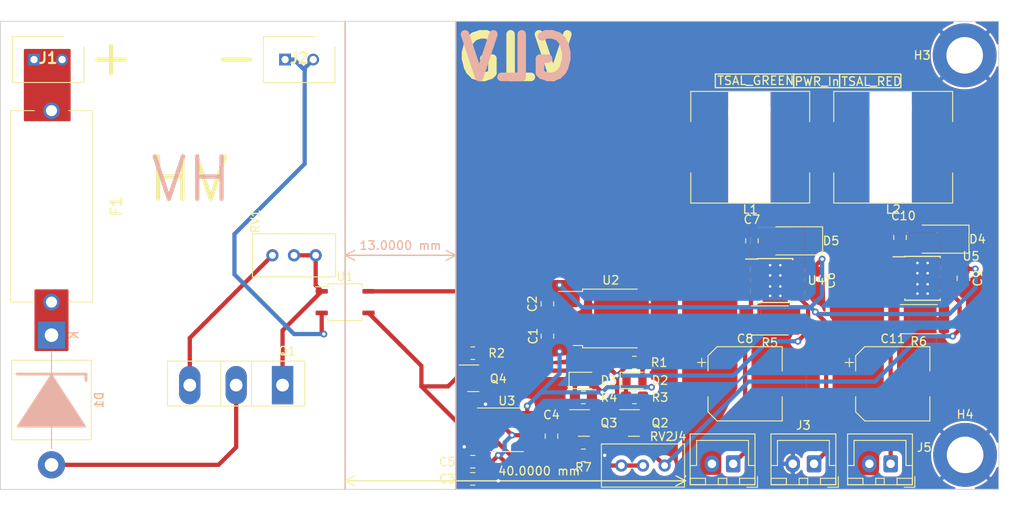
<source format=kicad_pcb>
(kicad_pcb (version 20240108) (generator "pcbnew") (generator_version "8.0")
  (layers (0 "F.Cu" signal) (31 "B.Cu" signal) (34 "B.Paste" user) (35 "F.Paste" user) (36 "B.SilkS" user "B.Silkscreen") (37 "F.SilkS" user "F.Silkscreen") (38 "B.Mask" user) (39 "F.Mask" user) (44 "Edge.Cuts" user))
  (net 0 "")
  (net 1 "+5V")
  (net 2 "GND")
  (net 3 "VCC")
  (net 4 "Net-(U3-THR)")
  (net 5 "Net-(U3-CV)")
  (net 6 "Net-(U4-BOOT)")
  (net 7 "Net-(D5-K)")
  (net 8 "Net-(J4-Pin_2)")
  (net 9 "Net-(U5-BOOT)")
  (net 10 "Net-(D4-K)")
  (net 11 "Net-(J5-Pin_2)")
  (net 12 "Net-(D1-K)")
  (net 13 "Net-(D1-A)")
  (net 14 "Net-(D2-K)")
  (net 15 "Net-(D3-K)")
  (net 16 "Net-(F1-+)")
  (net 17 "Net-(J2-Pin_1)")
  (net 18 "Net-(J4-Pin_1)")
  (net 19 "Net-(J5-Pin_1)")
  (net 20 "Net-(Q2-G)")
  (net 21 "Net-(Q2-D)")
  (net 22 "Net-(Q3-G)")
  (net 23 "Net-(Q3-D)")
  (net 24 "Net-(Q4-G)")
  (net 30 "Net-(Q1-G)")
  (net 31 "Net-(Q1-S)")
  (footprint "Capacitor_SMD:CP_Elec_8x10.5" (layer "F.Cu") (at 139 121.6)
    (property "Reference" "C8" (at 0 -5.3 0) (layer "F.SilkS"))
    (property "Value" "220u")
    (pad "1" smd roundrect (at -3.7 0) (size 4.4 2.5) (layers "F.Cu" "F.Paste" "F.Mask") (roundrect_rratio 0.1) (net 8 "Net-(J4-Pin_2)"))
    (pad "2" smd roundrect (at 3.7 0) (size 4.4 2.5) (layers "F.Cu" "F.Paste" "F.Mask") (roundrect_rratio 0.1) (net 2 "GND"))
  )
  (footprint "Inductor_SMD:L_Sunlord_MWSA1206S-101" (layer "F.Cu") (at 156.4 93.8 180)
    (property "Reference" "L2" (at 0 -7.3 180) (layer "F.SilkS"))
    (property "Value" "100uH")
    (pad "1" smd rect (at -5.625 0 180) (size 3.25 5.5) (layers "F.Cu" "F.Paste" "F.Mask") (net 10 "Net-(D4-K)"))
    (pad "2" smd rect (at 5.625 0 180) (size 3.25 5.5) (layers "F.Cu" "F.Paste" "F.Mask") (net 11 "Net-(J5-Pin_2)"))
  )
  (footprint "Resistor_SMD:R_0805_2012Metric_Pad1.20x1.40mm_HandSolder" (layer "F.Cu") (at 107 118)
    (property "Reference" "R2" (at 2.8 0 0) (layer "F.SilkS"))
    (property "Value" "10k")
    (pad "1" smd roundrect (at -1 0) (size 1.2 1.4) (layers "F.Cu" "F.Paste" "F.Mask") (roundrect_rratio 0.208333) (net 2 "GND"))
    (pad "2" smd roundrect (at 1 0) (size 1.2 1.4) (layers "F.Cu" "F.Paste" "F.Mask") (roundrect_rratio 0.208333) (net 24 "Net-(Q4-G)"))
  )
  (footprint "LED_SMD:LED_0805_2012Metric" (layer "F.Cu") (at 120 121.2)
    (property "Reference" "D3" (at 3 0 0) (layer "F.SilkS"))
    (property "Value" "RED")
    (pad "1" smd roundrect (at -0.9375 0) (size 0.975 1.4) (layers "F.Cu" "F.Paste" "F.Mask") (net 15 "Net-(D3-K)"))
    (pad "2" smd roundrect (at 0.9375 0) (size 0.975 1.4) (layers "F.Cu" "F.Paste" "F.Mask") (net 1 "+5V"))
  )
  (footprint "Potentiometer_THT:Potentiometer_Bourns_3386C_Horizontal" (layer "F.Cu") (at 124.46 131.2 90)
    (property "Reference" "RV2" (at 3.4 4.74 180) (layer "F.SilkS"))
    (property "Value" "10k")
    (pad "1" thru_hole circle (at 0 0 90) (size 1.44 1.44) (drill 0.8) (layers "*.Cu" "*.Mask") (net 4 "Net-(U3-THR)"))
    (pad "2" thru_hole circle (at 0 2.54 90) (size 1.44 1.44) (drill 0.8) (layers "*.Cu" "*.Mask") (net 4 "Net-(U3-THR)"))
    (pad "3" thru_hole circle (at 0 5.08 90) (size 1.44 1.44) (drill 0.8) (layers "*.Cu" "*.Mask") (net 22 "Net-(Q3-G)"))
  )
  (footprint "Diode_SMD:D_SMA" (layer "F.Cu") (at 144.6 104.8 180)
    (property "Reference" "D5" (at -4.5 0 0) (layer "F.SilkS"))
    (property "Value" "SS54")
    (pad "1" smd roundrect (at -2 0 180) (size 2.5 1.8) (layers "F.Cu" "F.Paste" "F.Mask") (roundrect_rratio 0.1388888889) (net 7 "Net-(D5-K)"))
    (pad "2" smd roundrect (at 2 0 180) (size 2.5 1.8) (layers "F.Cu" "F.Paste" "F.Mask") (roundrect_rratio 0.1388888889) (net 2 "GND"))
  )
  (footprint "Resistor_SMD:R_0805_2012Metric_Pad1.20x1.40mm_HandSolder" (layer "F.Cu") (at 126 123.2 180)
    (property "Reference" "R3" (at -3 0 0) (layer "F.SilkS"))
    (property "Value" "1k")
    (pad "1" smd roundrect (at -1 0 180) (size 1.2 1.4) (layers "F.Cu" "F.Paste" "F.Mask") (roundrect_rratio 0.208333) (net 21 "Net-(Q2-D)"))
    (pad "2" smd roundrect (at 1 0 180) (size 1.2 1.4) (layers "F.Cu" "F.Paste" "F.Mask") (roundrect_rratio 0.208333) (net 14 "Net-(D2-K)"))
  )
  (footprint "Resistor_SMD:R_2512_6332Metric" (layer "F.Cu") (at 159.4 114 180)
    (property "Reference" "R6" (at 0 -2.62 180) (layer "F.SilkS"))
    (property "Value" "2.7")
    (pad "1" smd roundrect (at -2.9625 0 180) (size 1.225 3.35) (layers "F.Cu" "F.Paste" "F.Mask") (roundrect_rratio 0.204082) (net 2 "GND"))
    (pad "2" smd roundrect (at 2.9625 0 180) (size 1.225 3.35) (layers "F.Cu" "F.Paste" "F.Mask") (roundrect_rratio 0.204082) (net 19 "Net-(J5-Pin_1)"))
  )
  (footprint "SamacSys_Parts:65600001009" (layer "F.Cu") (at 57.5 100.75 -90)
    (property "Reference" "F1" (at 0 -7.62 90) (layer "F.SilkS") (effects (font (size 1.27 1.27) (thickness 0.254))))
    (property "Value" "500V/0.5A" (hide yes))
    (pad "" np_thru_hole circle (at 0 0 270) (size 2.7 2.7) (drill 2.7) (layers "F&B.Cu" "*.Mask"))
    (pad "1" thru_hole circle (at -11.25 0 270) (size 1.95 1.95) (drill 1.3) (layers "*.Cu" "*.Mask") (net 16 "Net-(F1-+)"))
    (pad "2" thru_hole circle (at 11.25 0 270) (size 1.95 1.95) (drill 1.3) (layers "*.Cu" "*.Mask") (net 12 "Net-(D1-K)"))
  )
  (footprint "Package_SO:TI_SO-PowerPAD-8_ThermalVias" (layer "F.Cu") (at 159.85 109.2)
    (property "Reference" "U5" (at 5.7 -2.6 0) (layer "F.SilkS"))
    (property "Value" "TPS5430DDA")
    (pad "1" smd rect (at -2.7 -1.905) (size 1.55 0.6) (layers "F.Cu" "F.Paste" "F.Mask") (net 9 "Net-(U5-BOOT)"))
    (pad "2" smd rect (at -2.7 -0.635) (size 1.55 0.6) (layers "F.Cu" "F.Paste" "F.Mask"))
    (pad "3" smd rect (at -2.7 0.635) (size 1.55 0.6) (layers "F.Cu" "F.Paste" "F.Mask"))
    (pad "4" smd rect (at -2.7 1.905) (size 1.55 0.6) (layers "F.Cu" "F.Paste" "F.Mask") (net 19 "Net-(J5-Pin_1)"))
    (pad "5" smd rect (at 2.7 1.905) (size 1.55 0.6) (layers "F.Cu" "F.Paste" "F.Mask") (net 22 "Net-(Q3-G)"))
    (pad "6" smd rect (at 2.7 0.635) (size 1.55 0.6) (layers "F.Cu" "F.Paste" "F.Mask") (net 2 "GND"))
    (pad "7" smd rect (at 2.7 -0.635) (size 1.55 0.6) (layers "F.Cu" "F.Paste" "F.Mask") (net 3 "VCC"))
    (pad "8" smd rect (at 2.7 -1.905) (size 1.55 0.6) (layers "F.Cu" "F.Paste" "F.Mask") (net 10 "Net-(D4-K)"))
    (pad "9" thru_hole circle (at -0.6 -1.8) (size 0.6 0.6) (drill 0.3) (layers "*.Cu") (net 2 "GND"))
    (pad "9" thru_hole circle (at -0.6 -0.6) (size 0.6 0.6) (drill 0.3) (layers "*.Cu") (net 2 "GND"))
    (pad "9" thru_hole circle (at -0.6 0.7) (size 0.6 0.6) (drill 0.3) (layers "*.Cu") (net 2 "GND"))
    (pad "9" thru_hole circle (at -0.6 1.8) (size 0.6 0.6) (drill 0.3) (layers "*.Cu") (net 2 "GND"))
    (pad "9" smd rect (at 0 0) (size 2.6 3.1) (layers "F.Cu" "F.Paste" "F.Mask") (net 2 "GND"))
    (pad "9" smd rect (at 0 0) (size 2.95 4.5) (layers "F.Cu") (net 2 "GND"))
    (pad "9" smd rect (at 0 0) (size 2.95 4.5) (layers "B.Cu") (net 2 "GND"))
    (pad "9" thru_hole circle (at 0.6 -1.8) (size 0.6 0.6) (drill 0.3) (layers "*.Cu") (net 2 "GND"))
    (pad "9" thru_hole circle (at 0.6 -0.6) (size 0.6 0.6) (drill 0.3) (layers "*.Cu") (net 2 "GND"))
    (pad "9" thru_hole circle (at 0.6 0.7) (size 0.6 0.6) (drill 0.3) (layers "*.Cu") (net 2 "GND"))
    (pad "9" thru_hole circle (at 0.6 1.8) (size 0.6 0.6) (drill 0.3) (layers "*.Cu") (net 2 "GND"))
  )
  (footprint "Capacitor_SMD:CP_Elec_8x10.5" (layer "F.Cu") (at 156.35 121.6)
    (property "Reference" "C11" (at 0 -5.3 0) (layer "F.SilkS"))
    (property "Value" "220u")
    (pad "1" smd roundrect (at -3.7 0) (size 4.4 2.5) (layers "F.Cu" "F.Paste" "F.Mask") (roundrect_rratio 0.1) (net 11 "Net-(J5-Pin_2)"))
    (pad "2" smd roundrect (at 3.7 0) (size 4.4 2.5) (layers "F.Cu" "F.Paste" "F.Mask") (roundrect_rratio 0.1) (net 2 "GND"))
  )
  (footprint "Diode_SMD:D_SMA" (layer "F.Cu") (at 161.8 104.6 180)
    (property "Reference" "D4" (at -4.5 0 0) (layer "F.SilkS"))
    (property "Value" "SS54")
    (pad "1" smd roundrect (at -2 0 180) (size 2.5 1.8) (layers "F.Cu" "F.Paste" "F.Mask") (roundrect_rratio 0.1388888889) (net 10 "Net-(D4-K)"))
    (pad "2" smd roundrect (at 2 0 180) (size 2.5 1.8) (layers "F.Cu" "F.Paste" "F.Mask") (roundrect_rratio 0.1388888889) (net 2 "GND"))
  )
  (footprint "Inductor_SMD:L_Sunlord_MWSA1206S-101" (layer "F.Cu") (at 139.6 93.8 180)
    (property "Reference" "L1" (at 0 -7.3 180) (layer "F.SilkS"))
    (property "Value" "100uH")
    (pad "1" smd rect (at -5.625 0 180) (size 3.25 5.5) (layers "F.Cu" "F.Paste" "F.Mask") (net 7 "Net-(D5-K)"))
    (pad "2" smd rect (at 5.625 0 180) (size 3.25 5.5) (layers "F.Cu" "F.Paste" "F.Mask") (net 8 "Net-(J4-Pin_2)"))
  )
  (footprint "Capacitor_SMD:C_0805_2012Metric_Pad1.18x1.45mm_HandSolder" (layer "F.Cu") (at 139.8 104.8 90)
    (property "Reference" "C7" (at 2.5 0 180) (layer "F.SilkS"))
    (property "Value" "10n")
    (pad "1" smd roundrect (at -1.0375 0 90) (size 1.175 1.45) (layers "F.Cu" "F.Paste" "F.Mask") (roundrect_rratio 0.212766) (net 6 "Net-(U4-BOOT)"))
    (pad "2" smd roundrect (at 1.0375 0 90) (size 1.175 1.45) (layers "F.Cu" "F.Paste" "F.Mask") (roundrect_rratio 0.212766) (net 7 "Net-(D5-K)"))
  )
  (footprint "Connector_JST:JST_XH_B2B-XH-A_1x02_P2.50mm_Vertical" (layer "F.Cu") (at 137.6 131 180)
    (property "Reference" "J4" (at 6.35 3.225 180) (layer "F.SilkS"))
    (property "Value" "TSAL_GREEN" (at -2.65 45.025 180) (layer "F.SilkS"))
    (pad "1" thru_hole roundrect (at 0 0 180) (size 1.7 2) (drill 1) (layers "*.Cu" "*.Mask") (roundrect_rratio 0.147059) (net 18 "Net-(J4-Pin_1)"))
    (pad "2" thru_hole oval (at 2.5 0 180) (size 1.7 2) (drill 1) (layers "*.Cu" "*.Mask") (net 8 "Net-(J4-Pin_2)"))
  )
  (footprint "Package_TO_SOT_SMD:SOT-23" (layer "F.Cu") (at 107.0625 120.95)
    (property "Reference" "Q4" (at 2.9375 0.05 0) (layer "F.SilkS"))
    (property "Value" "2N7002")
    (pad "1" smd roundrect (at -0.9375 -0.95) (size 1.475 0.6) (layers "F.Cu" "F.Paste" "F.Mask") (net 24 "Net-(Q4-G)"))
    (pad "2" smd roundrect (at -0.9375 0.95) (size 1.475 0.6) (layers "F.Cu" "F.Paste" "F.Mask") (net 2 "GND"))
    (pad "3" smd roundrect (at 0.9375 0) (size 1.475 0.6) (layers "F.Cu" "F.Paste" "F.Mask") (net 20 "Net-(Q2-G)"))
  )
  (footprint "Package_TO_SOT_SMD:TO-252-2" (layer "F.Cu") (at 123.211503 113.92)
    (property "Reference" "U2" (at 0 -4.5 0) (layer "F.SilkS"))
    (property "Value" "L7805")
    (pad "1" smd roundrect (at -5.04 -2.28) (size 2.2 1.2) (layers "F.Cu" "F.Paste" "F.Mask") (roundrect_rratio 0.208333) (net 3 "VCC"))
    (pad "2" smd roundrect (at -0.415 -1.525) (size 3.05 2.75) (layers "F.Cu" "F.Paste") (roundrect_rratio 0.090909) (net 2 "GND"))
    (pad "2" smd roundrect (at -0.415 1.525) (size 3.05 2.75) (layers "F.Cu" "F.Paste") (roundrect_rratio 0.090909) (net 2 "GND"))
    (pad "2" smd roundrect (at 1.26 0) (size 6.4 5.8) (layers "F.Cu" "F.Mask") (roundrect_rratio 0.043103) (net 2 "GND"))
    (pad "2" smd roundrect (at 2.935 -1.525) (size 3.05 2.75) (layers "F.Cu" "F.Paste") (roundrect_rratio 0.090909) (net 2 "GND"))
    (pad "2" smd roundrect (at 2.935 1.525) (size 3.05 2.75) (layers "F.Cu" "F.Paste") (roundrect_rratio 0.090909) (net 2 "GND"))
    (pad "3" smd roundrect (at -5.04 2.28) (size 2.2 1.2) (layers "F.Cu" "F.Paste" "F.Mask") (roundrect_rratio 0.208333) (net 1 "+5V"))
  )
  (footprint "Package_TO_SOT_SMD:SOT-23" (layer "F.Cu") (at 125.9375 126.2)
    (property "Reference" "Q2" (at 3.0625 0 0) (layer "F.SilkS"))
    (property "Value" "2N7002")
    (pad "1" smd roundrect (at -0.9375 -0.95) (size 1.475 0.6) (layers "F.Cu" "F.Paste" "F.Mask") (net 20 "Net-(Q2-G)"))
    (pad "2" smd roundrect (at -0.9375 0.95) (size 1.475 0.6) (layers "F.Cu" "F.Paste" "F.Mask") (net 2 "GND"))
    (pad "3" smd roundrect (at 0.9375 0) (size 1.475 0.6) (layers "F.Cu" "F.Paste" "F.Mask") (net 21 "Net-(Q2-D)"))
  )
  (footprint "LED_SMD:LED_0805_2012Metric" (layer "F.Cu") (at 126 121.2)
    (property "Reference" "D2" (at 3 0 0) (layer "F.SilkS"))
    (property "Value" "GREEN")
    (pad "1" smd roundrect (at -0.9375 0) (size 0.975 1.4) (layers "F.Cu" "F.Paste" "F.Mask") (net 14 "Net-(D2-K)"))
    (pad "2" smd roundrect (at 0.9375 0) (size 0.975 1.4) (layers "F.Cu" "F.Paste" "F.Mask") (net 1 "+5V"))
  )
  (footprint "MountingHole:MountingHole_4.3mm_M4_DIN965_Pad_TopBottom" (layer "F.Cu") (at 164.85 129.95)
    (property "Reference" "H4" (at 0 -4.75 0) (layer "F.SilkS"))
    (property "Value" "MountingHole_Pad")
    (pad "1" thru_hole circle (at 0 0) (size 4.7 4.7) (drill 4.3) (layers "*.Cu" "*.Mask") (net 2 "GND"))
    (pad "1" connect circle (at 0 0) (size 7.5 7.5) (layers "F.Cu" "F.Mask") (net 2 "GND"))
    (pad "1" connect circle (at 0 0) (size 7.5 7.5) (layers "B.Cu" "B.Mask") (net 2 "GND"))
  )
  (footprint "Capacitor_SMD:C_0805_2012Metric_Pad1.18x1.45mm_HandSolder" (layer "F.Cu") (at 115.771503 116 90)
    (property "Reference" "C1" (at 0 -1.68 90) (layer "F.SilkS"))
    (property "Value" "10u")
    (pad "1" smd roundrect (at -1.0375 0 90) (size 1.175 1.45) (layers "F.Cu" "F.Paste" "F.Mask") (roundrect_rratio 0.212766) (net 1 "+5V"))
    (pad "2" smd roundrect (at 1.0375 0 90) (size 1.175 1.45) (layers "F.Cu" "F.Paste" "F.Mask") (roundrect_rratio 0.212766) (net 2 "GND"))
  )
  (footprint "Resistor_SMD:R_0805_2012Metric_Pad1.20x1.40mm_HandSolder" (layer "F.Cu") (at 120 130 180)
    (property "Reference" "R7" (at 0 -1.4 0) (layer "F.SilkS"))
    (property "Value" "10k")
    (pad "1" smd roundrect (at -1 0 180) (size 1.2 1.4) (layers "F.Cu" "F.Paste" "F.Mask") (roundrect_rratio 0.208333) (net 2 "GND"))
    (pad "2" smd roundrect (at 1 0 180) (size 1.2 1.4) (layers "F.Cu" "F.Paste" "F.Mask") (roundrect_rratio 0.208333) (net 22 "Net-(Q3-G)"))
  )
  (footprint "Connector_JST:JST_XH_B2B-XH-A_1x02_P2.50mm_Vertical" (layer "F.Cu") (at 156.1 131 180)
    (property "Reference" "J5" (at -3.95 1.925 180) (layer "F.SilkS"))
    (property "Value" "TSAL_RED" (at 2.25 44.925 180) (layer "F.SilkS"))
    (pad "1" thru_hole roundrect (at 0 0 180) (size 1.7 2) (drill 1) (layers "*.Cu" "*.Mask") (roundrect_rratio 0.147059) (net 19 "Net-(J5-Pin_1)"))
    (pad "2" thru_hole oval (at 2.5 0 180) (size 1.7 2) (drill 1) (layers "*.Cu" "*.Mask") (net 11 "Net-(J5-Pin_2)"))
  )
  (footprint "Capacitor_SMD:C_0805_2012Metric_Pad1.18x1.45mm_HandSolder" (layer "F.Cu") (at 147.35 109.45 -90)
    (property "Reference" "C6" (at 0 -1.68 90) (layer "F.SilkS"))
    (property "Value" "10u")
    (pad "1" smd roundrect (at -1.0375 0 270) (size 1.175 1.45) (layers "F.Cu" "F.Paste" "F.Mask") (roundrect_rratio 0.212766) (net 3 "VCC"))
    (pad "2" smd roundrect (at 1.0375 0 270) (size 1.175 1.45) (layers "F.Cu" "F.Paste" "F.Mask") (roundrect_rratio 0.212766) (net 2 "GND"))
  )
  (footprint "Resistor_SMD:R_0805_2012Metric_Pad1.20x1.40mm_HandSolder" (layer "F.Cu") (at 126 119.1)
    (property "Reference" "R1" (at 2.9 0 0) (layer "F.SilkS"))
    (property "Value" "1k")
    (pad "1" smd roundrect (at -1 0) (size 1.2 1.4) (layers "F.Cu" "F.Paste" "F.Mask") (roundrect_rratio 0.208333) (net 20 "Net-(Q2-G)"))
    (pad "2" smd roundrect (at 1 0) (size 1.2 1.4) (layers "F.Cu" "F.Paste" "F.Mask") (roundrect_rratio 0.208333) (net 1 "+5V"))
  )
  (footprint "MountingHole:MountingHole_4.3mm_M4_DIN965" (layer "F.Cu") (at 72 83.5)
    (property "Reference" "H1" (hide yes))
    (property "Value" "MountingHole")
    (pad "" np_thru_hole circle (at 0 0) (size 4.3 4.3) (drill 4.3) (layers "*.Cu" "*.Mask"))
  )
  (footprint "Capacitor_SMD:C_0805_2012Metric_Pad1.18x1.45mm_HandSolder" (layer "F.Cu") (at 115.771503 112.2 -90)
    (property "Reference" "C2" (at 0 1.771503 90) (layer "F.SilkS"))
    (property "Value" "10u")
    (pad "1" smd roundrect (at -1.0375 0 270) (size 1.175 1.45) (layers "F.Cu" "F.Paste" "F.Mask") (roundrect_rratio 0.212766) (net 3 "VCC"))
    (pad "2" smd roundrect (at 1.0375 0 270) (size 1.175 1.45) (layers "F.Cu" "F.Paste" "F.Mask") (roundrect_rratio 0.212766) (net 2 "GND"))
  )
  (footprint "Connector_JST:JST_XH_B2B-XH-A_1x02_P2.50mm_Vertical" (layer "F.Cu") (at 147.1 131 180)
    (property "Reference" "J3" (at 1.25 4.525 180) (layer "F.SilkS"))
    (property "Value" "PWR_In" (at -0.35 44.925 180) (layer "F.SilkS"))
    (pad "1" thru_hole roundrect (at 0 0 180) (size 1.7 2) (drill 1) (layers "*.Cu" "*.Mask") (roundrect_rratio 0.147059) (net 3 "VCC"))
    (pad "2" thru_hole oval (at 2.5 0 180) (size 1.7 2) (drill 1) (layers "*.Cu" "*.Mask") (net 2 "GND"))
  )
  (footprint "Resistor_SMD:R_2512_6332Metric" (layer "F.Cu") (at 141.9 114.15 180)
    (property "Reference" "R5" (at 0 -2.62 180) (layer "F.SilkS"))
    (property "Value" "2.7")
    (pad "1" smd roundrect (at -2.9625 0 180) (size 1.225 3.35) (layers "F.Cu" "F.Paste" "F.Mask") (roundrect_rratio 0.204082) (net 2 "GND"))
    (pad "2" smd roundrect (at 2.9625 0 180) (size 1.225 3.35) (layers "F.Cu" "F.Paste" "F.Mask") (roundrect_rratio 0.204082) (net 18 "Net-(J4-Pin_1)"))
  )
  (footprint "Package_TO_SOT_SMD:SOT-23" (layer "F.Cu") (at 120.0625 126.2)
    (property "Reference" "Q3" (at 2.9375 0 0) (layer "F.SilkS"))
    (property "Value" "2N7002")
    (pad "1" smd roundrect (at -0.9375 -0.95) (size 1.475 0.6) (layers "F.Cu" "F.Paste" "F.Mask") (net 22 "Net-(Q3-G)"))
    (pad "2" smd roundrect (at -0.9375 0.95) (size 1.475 0.6) (layers "F.Cu" "F.Paste" "F.Mask") (net 2 "GND"))
    (pad "3" smd roundrect (at 0.9375 0) (size 1.475 0.6) (layers "F.Cu" "F.Paste" "F.Mask") (net 23 "Net-(Q3-D)"))
  )
  (footprint "Package_TO_SOT_THT:TO-247-3_Vertical" (layer "F.Cu") (at 84.65 121.75 180)
    (property "Reference" "Q1" (at -0.55 4 0) (layer "F.SilkS"))
    (property "Value" "IXTH6N100D2")
    (pad "1" thru_hole rect (at 0 0 180) (size 2.5 4.5) (drill 1.5) (layers "*.Cu" "*.Mask") (net 30 "Net-(Q1-G)"))
    (pad "2" thru_hole oval (at 5.45 0 180) (size 2.5 4.5) (drill 1.5) (layers "*.Cu" "*.Mask") (net 13 "Net-(D1-A)"))
    (pad "3" thru_hole oval (at 10.9 0 180) (size 2.5 4.5) (drill 1.5) (layers "*.Cu" "*.Mask") (net 31 "Net-(Q1-S)"))
  )
  (footprint "Capacitor_SMD:C_0805_2012Metric_Pad1.18x1.45mm_HandSolder" (layer "F.Cu") (at 157.2 104.4 90)
    (property "Reference" "C10" (at 2.5375 0.4 0) (layer "F.SilkS"))
    (property "Value" "10n")
    (pad "1" smd roundrect (at -1.0375 0 90) (size 1.175 1.45) (layers "F.Cu" "F.Paste" "F.Mask") (roundrect_rratio 0.212766) (net 9 "Net-(U5-BOOT)"))
    (pad "2" smd roundrect (at 1.0375 0 90) (size 1.175 1.45) (layers "F.Cu" "F.Paste" "F.Mask") (roundrect_rratio 0.212766) (net 10 "Net-(D4-K)"))
  )
  (footprint "Package_SO:SOIC-8_3.9x4.9mm_P1.27mm" (layer "F.Cu") (at 111 127)
    (property "Reference" "U3" (at 0 -3.4 0) (layer "F.SilkS"))
    (property "Value" "NE555D")
    (pad "1" smd roundrect (at -2.475 -1.905) (size 1.95 0.6) (layers "F.Cu" "F.Paste" "F.Mask") (net 2 "GND"))
    (pad "2" smd roundrect (at -2.475 -0.635) (size 1.95 0.6) (layers "F.Cu" "F.Paste" "F.Mask") (net 4 "Net-(U3-THR)"))
    (pad "3" smd roundrect (at -2.475 0.635) (size 1.95 0.6) (layers "F.Cu" "F.Paste" "F.Mask") (net 22 "Net-(Q3-G)"))
    (pad "4" smd roundrect (at -2.475 1.905) (size 1.95 0.6) (layers "F.Cu" "F.Paste" "F.Mask") (net 24 "Net-(Q4-G)"))
    (pad "5" smd roundrect (at 2.475 1.905) (size 1.95 0.6) (layers "F.Cu" "F.Paste" "F.Mask") (net 5 "Net-(U3-CV)"))
    (pad "6" smd roundrect (at 2.475 0.635) (size 1.95 0.6) (layers "F.Cu" "F.Paste" "F.Mask") (net 4 "Net-(U3-THR)"))
    (pad "7" smd roundrect (at 2.475 -0.635) (size 1.95 0.6) (layers "F.Cu" "F.Paste" "F.Mask"))
    (pad "8" smd roundrect (at 2.475 -1.905) (size 1.95 0.6) (layers "F.Cu" "F.Paste" "F.Mask") (net 1 "+5V"))
  )
  (footprint "Capacitor_SMD:C_0805_2012Metric_Pad1.18x1.45mm_HandSolder" (layer "F.Cu") (at 107 130.75 180)
    (property "Reference" "C5" (at 3 -0.02 0) (layer "F.SilkS"))
    (property "Value" "22u")
    (pad "1" smd roundrect (at -1.0375 0 180) (size 1.175 1.45) (layers "F.Cu" "F.Paste" "F.Mask") (roundrect_rratio 0.212766) (net 4 "Net-(U3-THR)"))
    (pad "2" smd roundrect (at 1.0375 0 180) (size 1.175 1.45) (layers "F.Cu" "F.Paste" "F.Mask") (roundrect_rratio 0.212766) (net 2 "GND"))
  )
  (footprint "Resistor_SMD:R_0805_2012Metric_Pad1.20x1.40mm_HandSolder" (layer "F.Cu") (at 120 123.2 180)
    (property "Reference" "R4" (at -3 0 0) (layer "F.SilkS"))
    (property "Value" "1k")
    (pad "1" smd roundrect (at -1 0 180) (size 1.2 1.4) (layers "F.Cu" "F.Paste" "F.Mask") (roundrect_rratio 0.208333) (net 23 "Net-(Q3-D)"))
    (pad "2" smd roundrect (at 1 0 180) (size 1.2 1.4) (layers "F.Cu" "F.Paste" "F.Mask") (roundrect_rratio 0.208333) (net 15 "Net-(D3-K)"))
  )
  (footprint "Capacitor_SMD:C_0805_2012Metric_Pad1.18x1.45mm_HandSolder" (layer "F.Cu") (at 164.65 109.2 -90)
    (property "Reference" "C9" (at 0 -1.68 90) (layer "F.SilkS"))
    (property "Value" "10u")
    (pad "1" smd roundrect (at -1.0375 0 270) (size 1.175 1.45) (layers "F.Cu" "F.Paste" "F.Mask") (roundrect_rratio 0.212766) (net 3 "VCC"))
    (pad "2" smd roundrect (at 1.0375 0 270) (size 1.175 1.45) (layers "F.Cu" "F.Paste" "F.Mask") (roundrect_rratio 0.212766) (net 2 "GND"))
  )
  (footprint "Package_SO:TI_SO-PowerPAD-8_ThermalVias" (layer "F.Cu") (at 142.54 109.46)
    (property "Reference" "U4" (at 4.81 -0.01 0) (layer "F.SilkS"))
    (property "Value" "TPS5430DDA")
    (pad "1" smd rect (at -2.7 -1.905) (size 1.55 0.6) (layers "F.Cu" "F.Paste" "F.Mask") (net 6 "Net-(U4-BOOT)"))
    (pad "2" smd rect (at -2.7 -0.635) (size 1.55 0.6) (layers "F.Cu" "F.Paste" "F.Mask"))
    (pad "3" smd rect (at -2.7 0.635) (size 1.55 0.6) (layers "F.Cu" "F.Paste" "F.Mask"))
    (pad "4" smd rect (at -2.7 1.905) (size 1.55 0.6) (layers "F.Cu" "F.Paste" "F.Mask") (net 18 "Net-(J4-Pin_1)"))
    (pad "5" smd rect (at 2.7 1.905) (size 1.55 0.6) (layers "F.Cu" "F.Paste" "F.Mask") (net 20 "Net-(Q2-G)"))
    (pad "6" smd rect (at 2.7 0.635) (size 1.55 0.6) (layers "F.Cu" "F.Paste" "F.Mask") (net 2 "GND"))
    (pad "7" smd rect (at 2.7 -0.635) (size 1.55 0.6) (layers "F.Cu" "F.Paste" "F.Mask") (net 3 "VCC"))
    (pad "8" smd rect (at 2.7 -1.905) (size 1.55 0.6) (layers "F.Cu" "F.Paste" "F.Mask") (net 7 "Net-(D5-K)"))
    (pad "9" thru_hole circle (at -0.6 -1.8) (size 0.6 0.6) (drill 0.3) (layers "*.Cu") (net 2 "GND"))
    (pad "9" thru_hole circle (at -0.6 -0.6) (size 0.6 0.6) (drill 0.3) (layers "*.Cu") (net 2 "GND"))
    (pad "9" thru_hole circle (at -0.6 0.7) (size 0.6 0.6) (drill 0.3) (layers "*.Cu") (net 2 "GND"))
    (pad "9" thru_hole circle (at -0.6 1.8) (size 0.6 0.6) (drill 0.3) (layers "*.Cu") (net 2 "GND"))
    (pad "9" smd rect (at 0 0) (size 2.6 3.1) (layers "F.Cu" "F.Paste" "F.Mask") (net 2 "GND"))
    (pad "9" smd rect (at 0 0) (size 2.95 4.5) (layers "F.Cu") (net 2 "GND"))
    (pad "9" smd rect (at 0 0) (size 2.95 4.5) (layers "B.Cu") (net 2 "GND"))
    (pad "9" thru_hole circle (at 0.6 -1.8) (size 0.6 0.6) (drill 0.3) (layers "*.Cu") (net 2 "GND"))
    (pad "9" thru_hole circle (at 0.6 -0.6) (size 0.6 0.6) (drill 0.3) (layers "*.Cu") (net 2 "GND"))
    (pad "9" thru_hole circle (at 0.6 0.7) (size 0.6 0.6) (drill 0.3) (layers "*.Cu") (net 2 "GND"))
    (pad "9" thru_hole circle (at 0.6 1.8) (size 0.6 0.6) (drill 0.3) (layers "*.Cu") (net 2 "GND"))
  )
  (footprint "PCM_Diode_THT_AKL_Double:D_P600_R-6_P15.24mm_Horizontal_Zener" (layer "F.Cu") (at 57.5 115.88 -90)
    (property "Reference" "D1" (at 7.62 -5.67 -90) (layer "F.SilkS"))
    (property "Value" "1N5370B" (hide yes))
    (fp_text user "K" (at 0 -2.667 -90) (layer "B.SilkS") (effects (justify mirror)))
    (fp_text user "${REFERENCE}" (at 7.62 -5.588 -90) (layer "B.SilkS") (effects (justify mirror)))
    (fp_text user "K" (at 0 -2.6 -90) (layer "F.SilkS"))
    (pad "1" thru_hole rect (at 0 0 270) (size 3.2 3.2) (drill 1.6) (layers "*.Cu" "*.Mask") (net 12 "Net-(D1-K)"))
    (pad "2" thru_hole oval (at 15.24 0 270) (size 3.2 3.2) (drill 1.6) (layers "*.Cu" "*.Mask") (net 13 "Net-(D1-A)"))
  )
  (footprint "MountingHole:MountingHole_4.3mm_M4_DIN965_Pad_TopBottom" (layer "F.Cu") (at 164.8 83)
    (property "Reference" "H3" (at -5 0 0) (layer "F.SilkS"))
    (property "Value" "MountingHole_Pad")
    (pad "1" thru_hole circle (at 0 0) (size 4.7 4.7) (drill 4.3) (layers "*.Cu" "*.Mask") (net 2 "GND"))
    (pad "1" connect circle (at 0 0) (size 7.5 7.5) (layers "F.Cu" "F.Mask") (net 2 "GND"))
    (pad "1" connect circle (at 0 0) (size 7.5 7.5) (layers "B.Cu" "B.Mask") (net 2 "GND"))
  )
  (footprint "SamacSys_Parts:DF33C2P33DSA24" (layer "F.Cu") (at 55.45 83.5)
    (property "Reference" "J1" (at 1.65 -0.175 0) (layer "F.SilkS") (effects (font (size 1.27 1.27) (thickness 0.254))))
    (property "Value" "HV+" (hide yes))
    (pad "" np_thru_hole circle (at 4.85 -2.35) (size 1.4 1.4) (drill 1.4) (layers "*.Cu" "*.Mask"))
    (pad "1" thru_hole rect (at 0 0) (size 1.381 1.381) (drill 0.85) (layers "*.Cu" "*.Mask") (net 16 "Net-(F1-+)"))
    (pad "2" thru_hole circle (at 3.3 0) (size 1.381 1.381) (drill 0.85) (layers "*.Cu" "*.Mask") (net 16 "Net-(F1-+)"))
  )
  (footprint "Package_SO:SOP-4_3.8x4.1mm_P2.54mm" (layer "F.Cu") (at 92 112)
    (property "Reference" "U1" (at 0 -3 0) (layer "F.SilkS"))
    (property "Value" "PC817")
    (pad "1" smd roundrect (at -2.75 -1.27) (size 1.45 0.55) (layers "F.Cu" "F.Paste" "F.Mask") (net 30 "Net-(Q1-G)"))
    (pad "2" smd roundrect (at -2.75 1.27) (size 1.45 0.55) (layers "F.Cu" "F.Paste" "F.Mask") (net 17 "Net-(J2-Pin_1)"))
    (pad "3" smd roundrect (at 2.75 1.27) (size 1.45 0.55) (layers "F.Cu" "F.Paste" "F.Mask") (net 24 "Net-(Q4-G)"))
    (pad "4" smd roundrect (at 2.75 -1.27) (size 1.45 0.55) (layers "F.Cu" "F.Paste" "F.Mask") (net 1 "+5V"))
  )
  (footprint "SamacSys_Parts:DF33C2P33DSA24" (layer "F.Cu") (at 84.95 83.5)
    (property "Reference" "J2" (at 1.65 -0.175 0) (layer "F.SilkS") (effects (font (size 1.27 1.27) (thickness 0.254))))
    (property "Value" "HV-" (hide yes))
    (pad "" np_thru_hole circle (at 4.85 -2.35) (size 1.4 1.4) (drill 1.4) (layers "*.Cu" "*.Mask"))
    (pad "1" thru_hole rect (at 0 0) (size 1.381 1.381) (drill 0.85) (layers "*.Cu" "*.Mask") (net 17 "Net-(J2-Pin_1)"))
    (pad "2" thru_hole circle (at 3.3 0) (size 1.381 1.381) (drill 0.85) (layers "*.Cu" "*.Mask") (net 17 "Net-(J2-Pin_1)"))
  )
  (footprint "Capacitor_SMD:C_0805_2012Metric_Pad1.18x1.45mm_HandSolder" (layer "F.Cu") (at 107 132.77 180)
    (property "Reference" "C3" (at 3 0 0) (layer "F.SilkS"))
    (property "Value" "22u")
    (pad "1" smd roundrect (at -1.0375 0 180) (size 1.175 1.45) (layers "F.Cu" "F.Paste" "F.Mask") (roundrect_rratio 0.212766) (net 4 "Net-(U3-THR)"))
    (pad "2" smd roundrect (at 1.0375 0 180) (size 1.175 1.45) (layers "F.Cu" "F.Paste" "F.Mask") (roundrect_rratio 0.212766) (net 2 "GND"))
  )
  (footprint "MountingHole:MountingHole_4.3mm_M4_DIN965" (layer "F.Cu") (at 96.25 129.75)
    (property "Reference" "H2" (hide yes))
    (property "Value" "MountingHole")
    (pad "" np_thru_hole circle (at 0 0) (size 4.3 4.3) (drill 4.3) (layers "*.Cu" "*.Mask"))
  )
  (footprint "Capacitor_SMD:C_0805_2012Metric_Pad1.18x1.45mm_HandSolder" (layer "F.Cu") (at 116.25 127.75 90)
    (property "Reference" "C4" (at 2.5 0 180) (layer "F.SilkS"))
    (property "Value" "10u")
    (pad "1" smd roundrect (at -1.0375 0 90) (size 1.175 1.45) (layers "F.Cu" "F.Paste" "F.Mask") (roundrect_rratio 0.212766) (net 5 "Net-(U3-CV)"))
    (pad "2" smd roundrect (at 1.0375 0 90) (size 1.175 1.45) (layers "F.Cu" "F.Paste" "F.Mask") (roundrect_rratio 0.212766) (net 2 "GND"))
  )
  (footprint "Potentiometer_THT:Potentiometer_Bourns_3386C_Horizontal" (layer "F.Cu") (at 83.46 106.5 90)
    (property "Reference" "RV1" (at 4 -2 90) (layer "F.SilkS"))
    (property "Value" "1k")
    (pad "1" thru_hole circle (at 0 0 90) (size 1.44 1.44) (drill 0.8) (layers "*.Cu" "*.Mask") (net 31 "Net-(Q1-S)"))
    (pad "2" thru_hole circle (at 0 2.54 90) (size 1.44 1.44) (drill 0.8) (layers "*.Cu" "*.Mask") (net 30 "Net-(Q1-G)"))
    (pad "3" thru_hole circle (at 0 5.08 90) (size 1.44 1.44) (drill 0.8) (layers "*.Cu" "*.Mask") (net 30 "Net-(Q1-G)"))
  )
  (gr_line (start 105 79) (end 105 134) (stroke (width 0.15)) (layer "B.SilkS"))
  (gr_line (start 92 79) (end 92 134) (stroke (width 0.15)) (layer "B.SilkS"))
  (gr_rect (start 135.5 85.2) (end 144.7 86.8) (stroke (width 0.15)) (fill none) (layer "F.SilkS"))
  (gr_line (start 77.65 83.5) (end 80.85 83.5) (stroke (width 0.5)) (layer "F.SilkS"))
  (gr_rect (start 144.7 85.2) (end 150.1 86.8) (stroke (width 0.15)) (fill none) (layer "F.SilkS"))
  (gr_line (start 105 134) (end 105 79) (stroke (width 0.15)) (layer "F.SilkS"))
  (gr_line (start 62.9 83.5) (end 66.1 83.5) (stroke (width 0.5)) (layer "F.SilkS"))
  (gr_line (start 92 134) (end 92 79) (stroke (width 0.15)) (layer "F.SilkS"))
  (gr_rect (start 150.1 85.2) (end 157.3 86.8) (stroke (width 0.15)) (fill none) (layer "F.SilkS"))
  (gr_line (start 64.5 81.9) (end 64.5 85.1) (stroke (width 0.5)) (layer "F.SilkS"))
  (gr_rect (start 51.5 79) (end 168.8 134) (stroke (width 0.1)) (fill none) (layer "Edge.Cuts"))
  (gr_text "GLV" (at 119.6 86.2 0) (layer "B.SilkS") (effects (font (size 5 5) (thickness 1) (bold yes)) (justify left bottom mirror)))
  (gr_text "HV" (at 79 100.5 0) (layer "B.SilkS") (effects (font (size 5 5) (thickness 0.5)) (justify left bottom mirror)))
  (gr_text "HV" (at 68.5 100.5 0) (layer "F.SilkS") (effects (font (size 5 5) (thickness 0.5)) (justify left bottom)))
  (gr_text "GLV" (at 104.6 86.2 0) (layer "F.SilkS") (effects (font (size 5 5) (thickness 1) (bold yes)) (justify left bottom)))
  (dimension (type aligned) (layer "B.SilkS") (pts (xy 92 106.5) (xy 105 106.5)) (height 0) (gr_text "13.0000 mm" (at 98.5 105.35 0) (layer "B.SilkS") (effects (font (size 1 1) (thickness 0.15)))) (format (prefix "") (suffix "") (units 3) (units_format 1) (precision 4)) (style (thickness 0.15) (arrow_length 1.27) (text_position_mode 0) (extension_height 0.58642) (extension_offset 0.5) keep_text_aligned))
  (dimension (type aligned) (layer "F.SilkS") (pts (xy 92 106.5) (xy 105 106.5)) (height 0) (gr_text "13.0000 mm" (at 98.5 105.35 0) (layer "F.SilkS") (effects (font (size 1 1) (thickness 0.15)))) (format (prefix "") (suffix "") (units 3) (units_format 1) (precision 4)) (style (thickness 0.15) (arrow_length 1.27) (text_position_mode 0) (extension_height 0.58642) (extension_offset 0.5) keep_text_aligned))
  (dimension (type aligned) (layer "F.SilkS") (pts (xy 92 133) (xy 132 133)) (height 0) (gr_text "40.0000 mm" (at 114.8 131.85 0) (layer "F.SilkS") (effects (font (size 1 1) (thickness 0.15)))) (format (prefix "") (suffix "") (units 3) (units_format 1) (precision 4)) (style (thickness 0.15) (arrow_length 1.27) (text_position_mode 2) (extension_height 0.58642) (extension_offset 0.5) keep_text_aligned))
  (segment (start 105.73 110.73) (end 112.0375 117.0375) (width 0.5) (layer "F.Cu") (net 1))
  (segment (start 121.6 122) (end 122.2 122.6) (width 0.5) (layer "F.Cu") (net 1))
  (segment (start 126.9375 122) (end 126.9375 119.9625) (width 0.5) (layer "F.Cu") (net 1))
  (segment (start 113.4 124.2) (end 113.4 125.02) (width 0.5) (layer "F.Cu") (net 1))
  (segment (start 120.9375 122) (end 121.6 122) (width 0.5) (layer "F.Cu") (net 1))
  (segment (start 94.75 110.73) (end 105.73 110.73) (width 0.5) (layer "F.Cu") (net 1))
  (segment (start 112.0375 117.0375) (end 115.771503 117.0375) (width 0.5) (layer "F.Cu") (net 1))
  (segment (start 126.9375 122) (end 128 122) (width 0.5) (layer "F.Cu") (net 1))
  (segment (start 113.4 125.02) (end 113.475 125.095) (width 0.5) (layer "F.Cu") (net 1))
  (segment (start 126.9375 119.9625) (end 127 119.9) (width 0.5) (layer "F.Cu") (net 1))
  (via (at 128 122) (size 0.8) (drill 0.4) (layers "F.Cu" "B.Cu") (net 1))
  (via (at 122.2 122.6) (size 0.8) (drill 0.4) (layers "F.Cu" "B.Cu") (net 1))
  (via (at 113.4 124.2) (size 0.8) (drill 0.4) (layers "F.Cu" "B.Cu") (net 1))
  (via (at 117.2 117.8) (size 0.8) (drill 0.4) (layers "F.Cu" "B.Cu") (net 1))
  (segment (start 122.8 122) (end 122.2 122.6) (width 0.5) (layer "B.Cu") (net 1))
  (segment (start 128 122) (end 122.8 122) (width 0.5) (layer "B.Cu") (net 1))
  (segment (start 114.6 123) (end 113.4 124.2) (width 0.5) (layer "B.Cu") (net 1))
  (segment (start 115 122.6) (end 114.6 123) (width 0.5) (layer "B.Cu") (net 1))
  (segment (start 117.2 120.4) (end 114.6 123) (width 0.5) (layer "B.Cu") (net 1))
  (segment (start 117.2 117.8) (end 117.2 120.4) (width 0.5) (layer "B.Cu") (net 1))
  (segment (start 122.2 122.6) (end 115 122.6) (width 0.5) (layer "B.Cu") (net 1))
  (segment (start 143.175 111.095) (end 142.54 110.46) (width 0.5) (layer "F.Cu") (net 2))
  (segment (start 108.5 125.07) (end 108.525 125.095) (width 0.5) (layer "F.Cu") (net 2))
  (segment (start 122.5 130) (end 121 130) (width 0.5) (layer "F.Cu") (net 2))
  (segment (start 105.9625 129.0375) (end 106 129) (width 0.5) (layer "F.Cu") (net 2))
  (segment (start 108.5 124) (end 108.5 125.07) (width 0.5) (layer "F.Cu") (net 2))
  (segment (start 122.8 114.9625) (end 122.8 113.2375) (width 0.5) (layer "F.Cu") (net 2))
  (segment (start 105.9625 132.77) (end 105.9625 129.0375) (width 0.5) (layer "F.Cu") (net 2))
  (segment (start 106 118) (end 106 116) (width 0.5) (layer "F.Cu") (net 2))
  (via (at 106 129) (size 0.8) (drill 0.4) (layers "F.Cu" "B.Cu") (net 2))
  (via (at 110 133) (size 0.8) (drill 0.4) (layers "F.Cu" "B.Cu") (net 2))
  (via (at 122.5 130) (size 0.8) (drill 0.4) (layers "F.Cu" "B.Cu") (net 2))
  (via (at 108.5 124) (size 0.8) (drill 0.4) (layers "F.Cu" "B.Cu") (net 2))
  (segment (start 147.35 108.4125) (end 147.35 107.65) (width 0.5) (layer "F.Cu") (net 3))
  (segment (start 164.7125 108.1) (end 164.65 108.1625) (width 0.5) (layer "F.Cu") (net 3))
  (segment (start 166.05 108.1) (end 164.7125 108.1) (width 0.5) (layer "F.Cu") (net 3))
  (segment (start 148.525 129.575) (end 147.1 131) (width 0.5) (layer "F.Cu") (net 3))
  (segment (start 147.35 107.65) (end 148.05 106.95) (width 0.5) (layer "F.Cu") (net 3))
  (segment (start 146.9375 108.825) (end 147.35 108.4125) (width 0.5) (layer "F.Cu") (net 3))
  (segment (start 147.25 113.15) (end 148.525 114.425) (width 0.5) (layer "F.Cu") (net 3))
  (segment (start 148.525 114.425) (end 148.525 129.575) (width 0.5) (layer "F.Cu") (net 3))
  (segment (start 162.55 108.565) (end 164.2475 108.565) (width 0.5) (layer "F.Cu") (net 3))
  (segment (start 164.2475 108.565) (end 164.65 108.1625) (width 0.5) (layer "F.Cu") (net 3))
  (segment (start 145.24 108.825) (end 146.9375 108.825) (width 0.5) (layer "F.Cu") (net 3))
  (via (at 117.2 110) (size 0.8) (drill 0.4) (layers "F.Cu" "B.Cu") (net 3))
  (via (at 166.05 108.1) (size 0.8) (drill 0.4) (layers "F.Cu" "B.Cu") (net 3))
  (via (at 148.05 106.95) (size 0.8) (drill 0.4) (layers "F.Cu" "B.Cu") (net 3))
  (via (at 147.25 113.15) (size 0.8) (drill 0.4) (layers "F.Cu" "B.Cu") (net 3))
  (segment (start 119.8 112.6) (end 117.2 110) (width 0.5) (layer "B.Cu") (net 3))
  (segment (start 163 113.4) (end 147.5 113.4) (width 0.5) (layer "B.Cu") (net 3))
  (segment (start 147.25 113.15) (end 146.7 112.6) (width 0.5) (layer "B.Cu") (net 3))
  (segment (start 166.05 110.35) (end 166.05 108.1) (width 0.5) (layer "B.Cu") (net 3))
  (segment (start 148.05 111.25) (end 146.7 112.6) (width 0.5) (layer "B.Cu") (net 3))
  (segment (start 146.7 112.6) (end 119.8 112.6) (width 0.5) (layer "B.Cu") (net 3))
  (segment (start 166.05 110.35) (end 163 113.4) (width 0.5) (layer "B.Cu") (net 3))
  (segment (start 148.05 106.95) (end 148.05 111.25) (width 0.5) (layer "B.Cu") (net 3))
  (segment (start 147.5 113.4) (end 147.25 113.15) (width 0.5) (layer "B.Cu") (net 3))
  (segment (start 110.335 126.365) (end 108.525 126.365) (width 0.5) (layer "F.Cu") (net 4))
  (segment (start 113.475 127.635) (end 111.605 127.635) (width 0.5) (layer "F.Cu") (net 4))
  (segment (start 108.0375 131.75) (end 108.25 131.75) (width 0.5) (layer "F.Cu") (net 4))
  (segment (start 124.46 131.2) (end 111.2 131.2) (width 0.5) (layer "F.Cu") (net 4))
  (segment (start 108.0375 131.75) (end 108.0375 130.75) (width 0.5) (layer "F.Cu") (net 4))
  (segment (start 127 131.2) (end 124.46 131.2) (width 0.5) (layer "F.Cu") (net 4))
  (segment (start 108.0375 132.77) (end 108.0375 131.75) (width 0.5) (layer "F.Cu") (net 4))
  (segment (start 108.25 131.75) (end 110 130) (width 0.5) (layer "F.Cu") (net 4))
  (segment (start 111.2 131.2) (end 110 130) (width 0.5) (layer "F.Cu") (net 4))
  (segment (start 111.605 127.635) (end 110.335 126.365) (width 0.5) (layer "F.Cu") (net 4))
  (via (at 111.605 127.635) (size 0.8) (drill 0.4) (layers "F.Cu" "B.Cu") (net 4))
  (via (at 110 130) (size 0.8) (drill 0.4) (layers "F.Cu" "B.Cu") (net 4))
  (segment (start 110.75 128.49) (end 111.605 127.635) (width 0.5) (layer "B.Cu") (net 4))
  (segment (start 110 130) (end 110.25 130) (width 0.5) (layer "B.Cu") (net 4))
  (segment (start 110.75 129.5) (end 110.75 128.49) (width 0.5) (layer "B.Cu") (net 4))
  (segment (start 110.25 130) (end 110.75 129.5) (width 0.5) (layer "B.Cu") (net 4))
  (segment (start 113.5925 128.7875) (end 113.475 128.905) (width 0.5) (layer "F.Cu") (net 5))
  (segment (start 116.25 128.7875) (end 113.5925 128.7875) (width 0.5) (layer "F.Cu") (net 5))
  (segment (start 139.84 105.8775) (end 139.8 105.8375) (width 0.5) (layer "F.Cu") (net 6))
  (segment (start 139.84 107.555) (end 139.84 105.8775) (width 0.5) (layer "F.Cu") (net 6))
  (segment (start 139.8 103.7625) (end 139.8 103.4) (width 0.5) (layer "F.Cu") (net 7))
  (segment (start 139.8 103.4) (end 141.8 101.4) (width 0.5) (layer "F.Cu") (net 7))
  (segment (start 157.15 105.4875) (end 157.15 107.295) (width 0.5) (layer "F.Cu") (net 9))
  (segment (start 157.2 105.4375) (end 157.15 105.4875) (width 0.5) (layer "F.Cu") (net 9))
  (segment (start 157.2 102.8) (end 158.8 101.2) (width 0.5) (layer "F.Cu") (net 10))
  (segment (start 157.2 103.3625) (end 157.2 102.8) (width 0.5) (layer "F.Cu") (net 10))
  (segment (start 79.2 129.05) (end 77.13 131.12) (width 0.5) (layer "F.Cu") (net 13))
  (segment (start 79.2 121.75) (end 79.2 129.05) (width 0.5) (layer "F.Cu") (net 13))
  (segment (start 77.13 131.12) (end 57.5 131.12) (width 0.5) (layer "F.Cu") (net 13))
  (segment (start 125 123.2) (end 125 121.2625) (width 0.5) (layer "F.Cu") (net 14))
  (segment (start 125 121.2625) (end 125.0625 121.2) (width 0.5) (layer "F.Cu") (net 14))
  (segment (start 119 123.2) (end 119 121.2625) (width 0.5) (layer "F.Cu") (net 15))
  (segment (start 119 121.2625) (end 119.0625 121.2) (width 0.5) (layer "F.Cu") (net 15))
  (segment (start 89.25 115.5) (end 89.5 115.75) (width 0.5) (layer "F.Cu") (net 17))
  (segment (start 89.25 113.27) (end 89.25 115.5) (width 0.5) (layer "F.Cu") (net 17))
  (via (at 89.5 115.75) (size 0.8) (drill 0.4) (layers "F.Cu" "B.Cu") (net 17))
  (segment (start 86 115.75) (end 79 108.75) (width 0.5) (layer "B.Cu") (net 17))
  (segment (start 79 108.75) (end 79 104) (width 0.5) (layer "B.Cu") (net 17))
  (segment (start 87.25 84.75) (end 87.25 84.5) (width 0.5) (layer "B.Cu") (net 17))
  (segment (start 87.25 84.5) (end 88.25 83.5) (width 0.5) (layer "B.Cu") (net 17))
  (segment (start 87.25 95.75) (end 87.25 84.75) (width 0.5) (layer "B.Cu") (net 17))
  (segment (start 89.5 115.75) (end 86 115.75) (width 0.5) (layer "B.Cu") (net 17))
  (segment (start 86 83.5) (end 84.95 83.5) (width 0.5) (layer "B.Cu") (net 17))
  (segment (start 79 104) (end 87.25 95.75) (width 0.5) (layer "B.Cu") (net 17))
  (segment (start 87.25 84.75) (end 86 83.5) (width 0.5) (layer "B.Cu") (net 17))
  (segment (start 139.6875 113.95) (end 139.6875 111.5175) (width 0.5) (layer "F.Cu") (net 18))
  (segment (start 139.65 113.95) (end 139.6875 113.95) (width 0.5) (layer "F.Cu") (net 18))
  (segment (start 139 129.6) (end 139 114.6) (width 0.5) (layer "F.Cu") (net 18))
  (segment (start 139.6875 111.5175) (end 139.84 111.365) (width 0.5) (layer "F.Cu") (net 18))
  (segment (start 139 114.6) (end 139.65 113.95) (width 0.5) (layer "F.Cu") (net 18))
  (segment (start 137.6 131) (end 139 129.6) (width 0.5) (layer "F.Cu") (net 18))
  (segment (start 156.8875 111.3675) (end 157.15 111.105) (width 0.5) (layer "F.Cu") (net 19))
  (segment (start 156.1 131) (end 156.1 114.9375) (width 0.5) (layer "F.Cu") (net 19))
  (segment (start 156.1 114.9375) (end 156.8875 114.15) (width 0.5) (layer "F.Cu") (net 19))
  (segment (start 156.8875 114.15) (end 156.8875 111.3675) (width 0.5) (layer "F.Cu") (net 19))
  (segment (start 125 119.1) (end 125 119.581389) (width 0.5) (layer "F.Cu") (net 20))
  (segment (start 146.4 112.525) (end 145.24 111.365) (width 0.5) (layer "F.Cu") (net 20))
  (segment (start 145.2 116.6) (end 146.4 115.4) (width 0.5) (layer "F.Cu") (net 20))
  (segment (start 123.95 120.631389) (end 123.95 124.2) (width 0.5) (layer "F.Cu") (net 20))
  (segment (start 108 120.95) (end 108.9 120.05) (width 0.5) (layer "F.Cu") (net 20))
  (segment (start 125 119.581389) (end 123.95 120.631389) (width 0.5) (layer "F.Cu") (net 20))
  (segment (start 108.9 120.05) (end 123.368611 120.05) (width 0.5) (layer "F.Cu") (net 20))
  (segment (start 123.95 124.2) (end 125 125.25) (width 0.5) (layer "F.Cu") (net 20))
  (segment (start 123.368611 120.05) (end 123.95 120.631389) (width 0.5) (layer "F.Cu") (net 20))
  (segment (start 146.4 115.4) (end 146.4 112.525) (width 0.5) (layer "F.Cu") (net 20))
  (via (at 145.2 116.6) (size 0.8) (drill 0.4) (layers "F.Cu" "B.Cu") (net 20))
  (via (at 123.95 120.631389) (size 0.8) (drill 0.4) (layers "F.Cu" "B.Cu") (net 20))
  (segment (start 141.6595 116.6) (end 137.628111 120.631389) (width 0.5) (layer "B.Cu") (net 20))
  (segment (start 137.628111 120.631389) (end 123.95 120.631389) (width 0.5) (layer "B.Cu") (net 20))
  (segment (start 145.2 116.6) (end 141.6595 116.6) (width 0.5) (layer "B.Cu") (net 20))
  (segment (start 126.875 126.2) (end 126.875 123.325) (width 0.5) (layer "F.Cu") (net 21))
  (segment (start 126.875 123.325) (end 127 123.2) (width 0.5) (layer "F.Cu") (net 21))
  (segment (start 127.19 128.85) (end 120.15 128.85) (width 0.5) (layer "F.Cu") (net 22))
  (segment (start 116.839949 130) (end 116.4 130) (width 0.5) (layer "F.Cu") (net 22))
  (segment (start 111.443528 130) (end 109.078528 127.635) (width 0.5) (layer "F.Cu") (net 22))
  (segment (start 129.54 131.2) (end 127.19 128.85) (width 0.5) (layer "F.Cu") (net 22))
  (segment (start 119 130) (end 116.4 130) (width 0.5) (layer "F.Cu") (net 22))
  (segment (start 164.2 112) (end 163.305 111.105) (width 0.5) (layer "F.Cu") (net 22))
  (segment (start 164.2 115.2) (end 164.2 112) (width 0.5) (layer "F.Cu") (net 22))
  (segment (start 116.4 130) (end 111.443528 130) (width 0.5) (layer "F.Cu") (net 22))
  (segment (start 117.9375 126.4375) (end 117.9375 128.902449) (width 0.5) (layer "F.Cu") (net 22))
  (segment (start 117.9375 128.902449) (end 116.839949 130) (width 0.5) (layer "F.Cu") (net 22))
  (segment (start 119.125 125.25) (end 117.9375 126.4375) (width 0.5) (layer "F.Cu") (net 22))
  (segment (start 163.305 111.105) (end 162.55 111.105) (width 0.5) (layer "F.Cu") (net 22))
  (segment (start 163.4 116) (end 164.2 115.2) (width 0.5) (layer "F.Cu") (net 22))
  (segment (start 109.078528 127.635) (end 108.525 127.635) (width 0.5) (layer "F.Cu") (net 22))
  (segment (start 120.15 128.85) (end 119 130) (width 0.5) (layer "F.Cu") (net 22))
  (via (at 163.4 116) (size 0.8) (drill 0.4) (layers "F.Cu" "B.Cu") (net 22))
  (segment (start 139.408611 121.331389) (end 129.54 131.2) (width 0.5) (layer "B.Cu") (net 22))
  (segment (start 163.4 116) (end 159.6 116) (width 0.5) (layer "B.Cu") (net 22))
  (segment (start 154.268611 121.331389) (end 139.408611 121.331389) (width 0.5) (layer "B.Cu") (net 22))
  (segment (start 159.6 116) (end 154.268611 121.331389) (width 0.5) (layer "B.Cu") (net 22))
  (segment (start 121 126.2) (end 121 123.2) (width 0.5) (layer "F.Cu") (net 23))
  (segment (start 100.966472 121.9) (end 104.1 121.9) (width 0.5) (layer "F.Cu") (net 24))
  (segment (start 108.525 128.905) (end 107.971472 128.905) (width 0.5) (layer "F.Cu") (net 24))
  (segment (start 104.1 121.9) (end 106 120) (width 0.5) (layer "F.Cu") (net 24))
  (segment (start 106.125 119.875) (end 108 118) (width 0.5) (layer "F.Cu") (net 24))
  (segment (start 106.125 120) (end 106.125 119.875) (width 0.5) (layer "F.Cu") (net 24))
  (segment (start 107.971472 128.905) (end 100.966472 121.9) (width 0.5) (layer "F.Cu") (net 24))
  (segment (start 100.966472 119.486472) (end 100.966472 121.9) (width 0.5) (layer "F.Cu") (net 24))
  (segment (start 94.75 113.27) (end 100.966472 119.486472) (width 0.5) (layer "F.Cu") (net 24))
  (segment (start 106 120) (end 106.125 120) (width 0.5) (layer "F.Cu") (net 24))
  (segment (start 84.65 115.33) (end 89.25 110.73) (width 0.5) (layer "F.Cu") (net 30))
  (segment (start 88.54 106.5) (end 88.54 110.02) (width 0.5) (layer "F.Cu") (net 30))
  (segment (start 88.54 106.5) (end 86 106.5) (width 0.5) (layer "F.Cu") (net 30))
  (segment (start 84.65 121.75) (end 84.65 115.33) (width 0.5) (layer "F.Cu") (net 30))
  (segment (start 88.54 110.02) (end 89.25 110.73) (width 0.5) (layer "F.Cu") (net 30))
  (segment (start 73.75 121.75) (end 73.75 116.21) (width 0.5) (layer "F.Cu") (net 31))
  (segment (start 73.75 116.21) (end 83.46 106.5) (width 0.5) (layer "F.Cu") (net 31))
  (zone (net 2) (net_name "GND") (layer "F.Cu") (priority 14) (connect_pads yes (clearance 0.25)) (min_thickness 0.25) (fill yes (thermal_gap 0.25) (thermal_bridge_width 0.5) (smoothing fillet) (radius 0.5))
    (polygon (pts (xy 166.65 109.15) (xy 160.85 109.15) (xy 160.85 110.95) (xy 163.65 110.95) (xy 163.65 111.75) (xy 166.65 111.75)))
  )
  (zone (net 12) (net_name "Net-(D1-K)") (layer "F.Cu") (priority 1) (connect_pads yes (clearance 0.25)) (min_thickness 0.25) (fill yes (thermal_gap 0.5) (thermal_bridge_width 0.5))
    (polygon (pts (xy 55.5 110.5) (xy 59.5 110.5) (xy 59.5 117.75) (xy 55.5 117.75)))
  )
  (zone (net 3) (net_name "VCC") (layer "F.Cu") (priority 11) (connect_pads yes (clearance 0.5)) (min_thickness 0.25) (fill yes (thermal_gap 0.25) (thermal_bridge_width 0.5) (smoothing fillet) (radius 0.5))
    (polygon (pts (xy 119.571503 112.6) (xy 116.971503 112.6) (xy 114.571503 112) (xy 114.571503 109.4) (xy 119.571503 109.4)))
  )
  (zone (net 2) (net_name "GND") (layer "F.Cu") (priority 8) (connect_pads yes (clearance 0.5)) (min_thickness 0.25) (fill yes (thermal_gap 0.25) (thermal_bridge_width 0.5) (smoothing fillet) (radius 0.5))
    (polygon (pts (xy 148.65 109.55) (xy 143.75 109.55) (xy 143.75 110.75) (xy 146.35 110.75) (xy 146.35 111.65) (xy 148.65 111.65)))
  )
  (zone (net 16) (net_name "Net-(F1-+)") (layer "F.Cu") (connect_pads yes (clearance 0.25)) (min_thickness 0.25) (fill yes (thermal_gap 0.5) (thermal_bridge_width 0.5))
    (polygon (pts (xy 54.25 82.25) (xy 59.75 82.25) (xy 59.75 90.75) (xy 54.25 90.75)))
  )
  (zone (net 11) (net_name "Net-(J5-Pin_2)") (layer "F.Cu") (priority 9) (connect_pads yes (clearance 0.5)) (min_thickness 0.25) (fill yes (thermal_gap 0.25) (thermal_bridge_width 0.5) (smoothing fillet) (radius 0.5))
    (polygon (pts (xy 155.45 89.95) (xy 155.25 127.55) (xy 154.65 132.35) (xy 152.05 132.35) (xy 149.25 123) (xy 148.6 101) (xy 148.6 89.95)))
  )
  (zone (net 10) (net_name "Net-(D4-K)") (layer "F.Cu") (priority 12) (connect_pads yes (clearance 0.25)) (min_thickness 0.25) (fill yes (thermal_gap 0.25) (thermal_bridge_width 0.5) (smoothing fillet) (radius 0.5))
    (polygon (pts (xy 163.65 107.7) (xy 163.65 106.3) (xy 164.85 105.3) (xy 164.85 89.5) (xy 157.25 89.5) (xy 157.25 102.9) (xy 161.45 102.9) (xy 161.45 107.7)))
  )
  (zone (net 7) (net_name "Net-(D5-K)") (layer "F.Cu") (priority 6) (connect_pads yes (clearance 0.5)) (min_thickness 0.25) (fill yes (thermal_gap 0.25) (thermal_bridge_width 0.5) (smoothing fillet) (radius 0.5))
    (polygon (pts (xy 144.25 108.15) (xy 144.25 103.35) (xy 140.75 103.35) (xy 140.75 89.55) (xy 148.25 89.55) (xy 148.25 106.05) (xy 146.35 107.55) (xy 146.35 108.15)))
  )
  (zone (net 2) (net_name "GND") (layer "F.Cu") (priority 13) (connect_pads yes (clearance 0.25)) (min_thickness 0.25) (fill yes (thermal_gap 0.25) (thermal_bridge_width 0.5) (smoothing fillet) (radius 0.5))
    (polygon (pts (xy 157.45 103.75) (xy 161.45 103.75) (xy 161.45 118.95) (xy 163.65 118.95) (xy 163.65 124.15) (xy 157.45 124.15) (xy 157.45 116.55) (xy 158.25 116.35) (xy 158.25 106.55) (xy 157.45 106.55)))
  )
  (zone (net 1) (net_name "+5V") (layer "F.Cu") (priority 10) (connect_pads yes (clearance 0.5)) (min_thickness 0.25) (fill yes (thermal_gap 0.25) (thermal_bridge_width 0.5) (smoothing fillet) (radius 0.5))
    (polygon (pts (xy 117.571503 115.4) (xy 114.971503 116.2) (xy 114.971503 118.6) (xy 119.8 118) (xy 119.8 115.4)))
  )
  (zone (net 8) (net_name "Net-(J4-Pin_2)") (layer "F.Cu") (priority 5) (connect_pads yes (clearance 0.25)) (min_thickness 0.25) (fill yes (thermal_gap 0.5) (thermal_bridge_width 0.5) (smoothing fillet) (radius 0.5))
    (polygon (pts (xy 136.2 132.3) (xy 136.2 125.8) (xy 138.1 122.1) (xy 138.1 90) (xy 131.6 90) (xy 131.6 99.4) (xy 131.6 132.3)))
  )
  (zone (net 2) (net_name "GND") (layer "F.Cu") (priority 7) (connect_pads yes (clearance 0.5)) (min_thickness 0.25) (fill yes (thermal_gap 0.25) (thermal_bridge_width 0.5) (smoothing fillet) (radius 0.5))
    (polygon (pts (xy 139.05 123.65) (xy 146.2 123.65) (xy 146.2 119.8) (xy 144.55 119.8) (xy 144.55 112.65) (xy 144.25 112.65) (xy 144.25 103.35) (xy 140.45 103.35) (xy 140.45 106.45) (xy 140.85 106.45) (xy 140.85 115.65) (xy 139.05 115.65)))
  )
  (zone (net 0) (net_name "") (layers "F&B.Cu") (connect_pads (clearance 0)) (min_thickness 0.25)
    (keepout (tracks not_allowed) (vias not_allowed) (pads not_allowed) (copperpour not_allowed) (footprints allowed))
    (fill (thermal_gap 0.5) (thermal_bridge_width 0.5))
    (polygon (pts (xy 137 87.3) (xy 142 87.3) (xy 142 100.3) (xy 137 100.3)))
  )
  (zone (net 0) (net_name "") (layers "F&B.Cu") (connect_pads (clearance 0)) (min_thickness 0.25)
    (keepout (tracks not_allowed) (vias not_allowed) (pads not_allowed) (copperpour not_allowed) (footprints allowed))
    (fill (thermal_gap 0.5) (thermal_bridge_width 0.5))
    (polygon (pts (xy 153.6 87.3) (xy 158.6 87.3) (xy 158.6 100.3) (xy 153.6 100.3)))
  )
  (zone (net 2) (net_name "GND") (layers "F&B.Cu") (priority 2) (connect_pads (clearance 0.5)) (min_thickness 0.25) (fill yes (thermal_gap 0.25) (thermal_bridge_width 0.5))
    (polygon (pts (xy 105 137.5) (xy 170.6 137.5) (xy 170.6 76.5) (xy 105 76.5)))
  )
  (zone (net 2) (net_name "GND") (layer "B.Cu") (priority 15) (connect_pads yes (clearance 0.25)) (min_thickness 0.25) (fill yes (thermal_gap 0.5) (thermal_bridge_width 0.5))
    (polygon (pts (xy 162 112.4) (xy 157.2 112.4) (xy 157.2 103.8) (xy 162 103.8)))
  )
  (zone (net 2) (net_name "GND") (layer "B.Cu") (priority 3) (connect_pads yes (clearance 0.25)) (min_thickness 0.25) (fill yes (thermal_gap 0.5) (thermal_bridge_width 0.5))
    (polygon (pts (xy 146 111.8) (xy 139.6 111.8) (xy 139.6 103.2) (xy 146 103.2)))
  )
)
</source>
